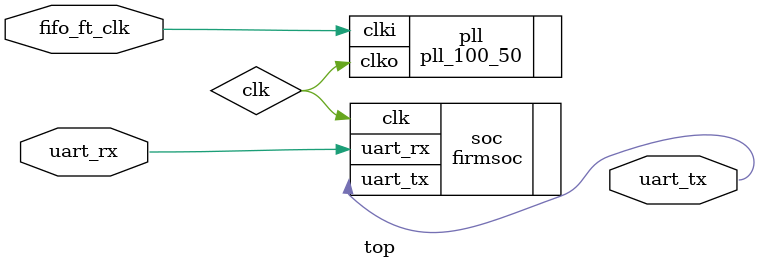
<source format=v>
/*
 *  e-VEREST bench firmware
 *
 *  Copyright (C) 2017  Claire Xenia Wolf <claire@yosyshq.com>
 *  Copyright (C) 2018  gatecat <gatecat@ds0.me>
 *
 *  Permission to use, copy, modify, and/or distribute this software for any
 *  purpose with or without fee is hereby granted, provided that the above
 *  copyright notice and this permission notice appear in all copies.
 *
 *  THE SOFTWARE IS PROVIDED "AS IS" AND THE AUTHOR DISCLAIMS ALL WARRANTIES
 *  WITH REGARD TO THIS SOFTWARE INCLUDING ALL IMPLIED WARRANTIES OF
 *  MERCHANTABILITY AND FITNESS. IN NO EVENT SHALL THE AUTHOR BE LIABLE FOR
 *  ANY SPECIAL, DIRECT, INDIRECT, OR CONSEQUENTIAL DAMAGES OR ANY DAMAGES
 *  WHATSOEVER RESULTING FROM LOSS OF USE, DATA OR PROFITS, WHETHER IN AN
 *  ACTION OF CONTRACT, NEGLIGENCE OR OTHER TORTIOUS ACTION, ARISING OUT OF
 *  OR IN CONNECTION WITH THE USE OR PERFORMANCE OF THIS SOFTWARE.
 *
 */

module top (
    input fifo_ft_clk,
    output uart_tx,
    input uart_rx,
);

wire clk;

pll_100_50 pll (
    .clki(fifo_ft_clk),
    .clko(clk)
);


//pll_32_50 pll (
//    .clki(clkin_32mhz),
//    .clko(clk)
//);

firmsoc soc (
    .clk(clk),
    .uart_tx(uart_tx),
    .uart_rx(uart_rx),
);

endmodule

</source>
